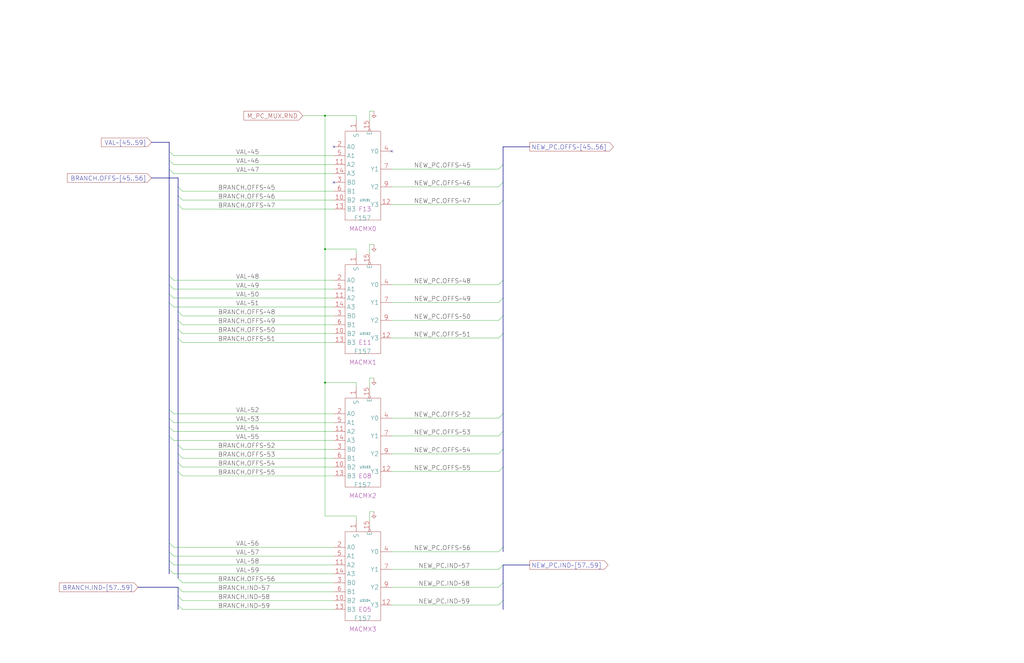
<source format=kicad_sch>
(kicad_sch (version 20250114) (generator "eeschema") (generator_version "9.0")
  (paper "User" 584.2 378.46)
  (title_block (title "MACRO MUX") (date "22-MAY-90") (rev "1.0") (comment 1 "SEQUENCER") (comment 2 "232-003064") (comment 3 "S400") (comment 4 "RELEASED"))
  (lib_symbols
    (symbol "r1000:F157" (pin_names (offset 1.016))
      (property "Reference" "U" (at 2.54 5.08 0))
      (property "Value" "F157" (at -3.81 -5.08 0))
      (property "Location" "___" (at -1.27 0 0))
      (property "Name" "______" (at 1.27 -12.7 0))
      (symbol "F157_1_1"
        (rectangle (start -8.89 44.45) (end 11.43 -6.35))
        (circle (center 5.08 45.085) (radius 0.635))
        (pin input line (at -15.24 35.56 0) (length 6.35) (name "A0") (number "2"))
        (pin input line (at -15.24 30.48 0) (length 6.35) (name "A1") (number "5"))
        (pin input line (at -15.24 25.4 0) (length 6.35) (name "A2") (number "11"))
        (pin input line (at -15.24 20.32 0) (length 6.35) (name "A3") (number "14"))
        (pin input line (at -15.24 15.24 0) (length 6.35) (name "B0") (number "3"))
        (pin input line (at -15.24 10.16 0) (length 6.35) (name "B1") (number "6"))
        (pin input line (at -15.24 5.08 0) (length 6.35) (name "B2") (number "10"))
        (pin input line (at -15.24 0 0) (length 6.35) (name "B3") (number "13"))
        (pin input line (at -2.54 50.8 270) (length 6.35) (name "S") (number "1"))
        (pin input line (at 5.08 50.8 270) (length 5.08) (name "E") (number "15"))
        (pin output line (at 17.78 33.02 180) (length 6.35) (name "Y0") (number "4"))
        (pin output line (at 17.78 22.86 180) (length 6.35) (name "Y1") (number "7"))
        (pin output line (at 17.78 12.7 180) (length 6.35) (name "Y2") (number "9"))
        (pin output line (at 17.78 2.54 180) (length 6.35) (name "Y3") (number "12"))
      )
    )
    (symbol "r1000:PD" (power) (pin_numbers (hide yes)) (pin_names (hide yes)) (in_bom no)
      (symbol "PD_0_1"
        (polyline (pts (xy 0 -2.54) (xy 1.27 -2.54) (xy 0 -3.81) (xy -1.27 -2.54) (xy 0 -2.54)) (stroke (width 0.1524)))
      )
      (symbol "PD_1_1"
        (pin power_in line (at 0 0 270) (length 2.54) (name "PD") (number "1"))
      )
    )
  )
  (junction (at 185.42 66.04))
  (junction (at 185.42 218.44))
  (junction (at 185.42 142.24))
  (no_connect (at 190.5 83.82))
  (no_connect (at 223.52 86.36))
  (no_connect (at 190.5 104.14))
  (bus_entry (at 96.52 248.92) (size 2.54 2.54))
  (bus_entry (at 96.52 238.76) (size 2.54 2.54))
  (bus_entry (at 287.02 180.34) (size -2.54 2.54))
  (bus_entry (at 96.52 167.64) (size 2.54 2.54))
  (bus_entry (at 287.02 332.74) (size -2.54 2.54))
  (bus_entry (at 287.02 114.3) (size -2.54 2.54))
  (bus_entry (at 101.6 193.04) (size 2.54 2.54))
  (bus_entry (at 101.6 264.16) (size 2.54 2.54))
  (bus_entry (at 101.6 182.88) (size 2.54 2.54))
  (bus_entry (at 101.6 111.76) (size 2.54 2.54))
  (bus_entry (at 287.02 256.54) (size -2.54 2.54))
  (bus_entry (at 96.52 309.88) (size 2.54 2.54))
  (bus_entry (at 101.6 259.08) (size 2.54 2.54))
  (bus_entry (at 287.02 266.7) (size -2.54 2.54))
  (bus_entry (at 96.52 172.72) (size 2.54 2.54))
  (bus_entry (at 101.6 106.68) (size 2.54 2.54))
  (bus_entry (at 101.6 177.8) (size 2.54 2.54))
  (bus_entry (at 287.02 312.42) (size -2.54 2.54))
  (bus_entry (at 101.6 330.2) (size 2.54 2.54))
  (bus_entry (at 101.6 340.36) (size 2.54 2.54))
  (bus_entry (at 96.52 320.04) (size 2.54 2.54))
  (bus_entry (at 96.52 243.84) (size 2.54 2.54))
  (bus_entry (at 287.02 160.02) (size -2.54 2.54))
  (bus_entry (at 287.02 104.14) (size -2.54 2.54))
  (bus_entry (at 96.52 162.56) (size 2.54 2.54))
  (bus_entry (at 287.02 190.5) (size -2.54 2.54))
  (bus_entry (at 96.52 314.96) (size 2.54 2.54))
  (bus_entry (at 96.52 96.52) (size 2.54 2.54))
  (bus_entry (at 287.02 246.38) (size -2.54 2.54))
  (bus_entry (at 287.02 93.98) (size -2.54 2.54))
  (bus_entry (at 96.52 233.68) (size 2.54 2.54))
  (bus_entry (at 287.02 170.18) (size -2.54 2.54))
  (bus_entry (at 287.02 342.9) (size -2.54 2.54))
  (bus_entry (at 101.6 269.24) (size 2.54 2.54))
  (bus_entry (at 101.6 335.28) (size 2.54 2.54))
  (bus_entry (at 96.52 91.44) (size 2.54 2.54))
  (bus_entry (at 287.02 236.22) (size -2.54 2.54))
  (bus_entry (at 96.52 157.48) (size 2.54 2.54))
  (bus_entry (at 287.02 322.58) (size -2.54 2.54))
  (bus_entry (at 96.52 325.12) (size 2.54 2.54))
  (bus_entry (at 101.6 116.84) (size 2.54 2.54))
  (bus_entry (at 101.6 187.96) (size 2.54 2.54))
  (bus_entry (at 101.6 345.44) (size 2.54 2.54))
  (bus_entry (at 101.6 254) (size 2.54 2.54))
  (bus_entry (at 96.52 86.36) (size 2.54 2.54))
  (bus (pts (xy 96.52 248.92) (xy 96.52 309.88)))
  (wire (pts (xy 104.14 109.22) (xy 190.5 109.22)))
  (wire (pts (xy 223.52 96.52) (xy 284.48 96.52)))
  (bus (pts (xy 287.02 180.34) (xy 287.02 190.5)))
  (wire (pts (xy 99.06 322.58) (xy 190.5 322.58)))
  (wire (pts (xy 99.06 88.9) (xy 190.5 88.9)))
  (bus (pts (xy 96.52 96.52) (xy 96.52 157.48)))
  (wire (pts (xy 99.06 99.06) (xy 190.5 99.06)))
  (wire (pts (xy 223.52 162.56) (xy 284.48 162.56)))
  (wire (pts (xy 185.42 66.04) (xy 185.42 142.24)))
  (bus (pts (xy 287.02 236.22) (xy 287.02 246.38)))
  (bus (pts (xy 287.02 256.54) (xy 287.02 266.7)))
  (wire (pts (xy 185.42 142.24) (xy 203.2 142.24)))
  (wire (pts (xy 185.42 218.44) (xy 203.2 218.44)))
  (wire (pts (xy 104.14 185.42) (xy 190.5 185.42)))
  (wire (pts (xy 223.52 182.88) (xy 284.48 182.88)))
  (wire (pts (xy 210.82 63.5) (xy 213.36 63.5)))
  (wire (pts (xy 210.82 297.18) (xy 210.82 292.1)))
  (wire (pts (xy 185.42 218.44) (xy 185.42 294.64)))
  (bus (pts (xy 86.36 81.28) (xy 96.52 81.28)))
  (wire (pts (xy 104.14 190.5) (xy 190.5 190.5)))
  (wire (pts (xy 104.14 256.54) (xy 190.5 256.54)))
  (wire (pts (xy 99.06 251.46) (xy 190.5 251.46)))
  (bus (pts (xy 96.52 162.56) (xy 96.52 167.64)))
  (bus (pts (xy 96.52 167.64) (xy 96.52 172.72)))
  (wire (pts (xy 185.42 294.64) (xy 203.2 294.64)))
  (wire (pts (xy 104.14 332.74) (xy 190.5 332.74)))
  (bus (pts (xy 287.02 342.9) (xy 287.02 347.98)))
  (wire (pts (xy 210.82 220.98) (xy 210.82 215.9)))
  (bus (pts (xy 101.6 187.96) (xy 101.6 193.04)))
  (bus (pts (xy 96.52 238.76) (xy 96.52 243.84)))
  (bus (pts (xy 287.02 322.58) (xy 287.02 332.74)))
  (bus (pts (xy 101.6 116.84) (xy 101.6 177.8)))
  (bus (pts (xy 96.52 172.72) (xy 96.52 233.68)))
  (wire (pts (xy 223.52 259.08) (xy 284.48 259.08)))
  (wire (pts (xy 223.52 238.76) (xy 284.48 238.76)))
  (wire (pts (xy 210.82 144.78) (xy 210.82 139.7)))
  (bus (pts (xy 287.02 114.3) (xy 287.02 160.02)))
  (bus (pts (xy 101.6 193.04) (xy 101.6 254)))
  (bus (pts (xy 96.52 320.04) (xy 96.52 325.12)))
  (bus (pts (xy 287.02 83.82) (xy 287.02 93.98)))
  (wire (pts (xy 185.42 142.24) (xy 185.42 218.44)))
  (bus (pts (xy 101.6 345.44) (xy 101.6 347.98)))
  (wire (pts (xy 104.14 180.34) (xy 190.5 180.34)))
  (wire (pts (xy 223.52 116.84) (xy 284.48 116.84)))
  (wire (pts (xy 104.14 271.78) (xy 190.5 271.78)))
  (wire (pts (xy 104.14 119.38) (xy 190.5 119.38)))
  (bus (pts (xy 101.6 106.68) (xy 101.6 111.76)))
  (wire (pts (xy 210.82 215.9) (xy 213.36 215.9)))
  (bus (pts (xy 96.52 91.44) (xy 96.52 96.52)))
  (wire (pts (xy 104.14 266.7) (xy 190.5 266.7)))
  (wire (pts (xy 223.52 106.68) (xy 284.48 106.68)))
  (bus (pts (xy 96.52 325.12) (xy 96.52 327.66)))
  (wire (pts (xy 104.14 337.82) (xy 190.5 337.82)))
  (bus (pts (xy 78.74 335.28) (xy 101.6 335.28)))
  (wire (pts (xy 223.52 325.12) (xy 284.48 325.12)))
  (wire (pts (xy 223.52 193.04) (xy 284.48 193.04)))
  (bus (pts (xy 287.02 190.5) (xy 287.02 236.22)))
  (wire (pts (xy 99.06 241.3) (xy 190.5 241.3)))
  (bus (pts (xy 101.6 264.16) (xy 101.6 269.24)))
  (bus (pts (xy 96.52 81.28) (xy 96.52 86.36)))
  (bus (pts (xy 96.52 157.48) (xy 96.52 162.56)))
  (wire (pts (xy 223.52 335.28) (xy 284.48 335.28)))
  (bus (pts (xy 101.6 254) (xy 101.6 259.08)))
  (wire (pts (xy 223.52 345.44) (xy 284.48 345.44)))
  (wire (pts (xy 99.06 236.22) (xy 190.5 236.22)))
  (bus (pts (xy 287.02 332.74) (xy 287.02 342.9)))
  (wire (pts (xy 203.2 68.58) (xy 203.2 66.04)))
  (wire (pts (xy 99.06 93.98) (xy 190.5 93.98)))
  (wire (pts (xy 223.52 314.96) (xy 284.48 314.96)))
  (wire (pts (xy 104.14 347.98) (xy 190.5 347.98)))
  (wire (pts (xy 104.14 342.9) (xy 190.5 342.9)))
  (wire (pts (xy 104.14 114.3) (xy 190.5 114.3)))
  (bus (pts (xy 96.52 233.68) (xy 96.52 238.76)))
  (bus (pts (xy 287.02 93.98) (xy 287.02 104.14)))
  (wire (pts (xy 104.14 195.58) (xy 190.5 195.58)))
  (bus (pts (xy 287.02 104.14) (xy 287.02 114.3)))
  (bus (pts (xy 287.02 246.38) (xy 287.02 256.54)))
  (wire (pts (xy 203.2 144.78) (xy 203.2 142.24)))
  (wire (pts (xy 172.72 66.04) (xy 185.42 66.04)))
  (wire (pts (xy 99.06 165.1) (xy 190.5 165.1)))
  (wire (pts (xy 203.2 297.18) (xy 203.2 294.64)))
  (bus (pts (xy 287.02 160.02) (xy 287.02 170.18)))
  (bus (pts (xy 96.52 314.96) (xy 96.52 320.04)))
  (wire (pts (xy 223.52 269.24) (xy 284.48 269.24)))
  (wire (pts (xy 210.82 139.7) (xy 213.36 139.7)))
  (wire (pts (xy 99.06 170.18) (xy 190.5 170.18)))
  (bus (pts (xy 101.6 111.76) (xy 101.6 116.84)))
  (bus (pts (xy 101.6 177.8) (xy 101.6 182.88)))
  (bus (pts (xy 96.52 86.36) (xy 96.52 91.44)))
  (bus (pts (xy 101.6 101.6) (xy 101.6 106.68)))
  (wire (pts (xy 223.52 172.72) (xy 284.48 172.72)))
  (wire (pts (xy 185.42 66.04) (xy 203.2 66.04)))
  (bus (pts (xy 101.6 269.24) (xy 101.6 330.2)))
  (bus (pts (xy 287.02 322.58) (xy 302.26 322.58)))
  (wire (pts (xy 99.06 160.02) (xy 190.5 160.02)))
  (wire (pts (xy 210.82 292.1) (xy 213.36 292.1)))
  (wire (pts (xy 223.52 248.92) (xy 284.48 248.92)))
  (wire (pts (xy 203.2 220.98) (xy 203.2 218.44)))
  (bus (pts (xy 287.02 83.82) (xy 302.26 83.82)))
  (bus (pts (xy 101.6 259.08) (xy 101.6 264.16)))
  (bus (pts (xy 101.6 182.88) (xy 101.6 187.96)))
  (wire (pts (xy 99.06 175.26) (xy 190.5 175.26)))
  (wire (pts (xy 104.14 261.62) (xy 190.5 261.62)))
  (bus (pts (xy 96.52 243.84) (xy 96.52 248.92)))
  (bus (pts (xy 287.02 266.7) (xy 287.02 312.42)))
  (bus (pts (xy 96.52 309.88) (xy 96.52 314.96)))
  (bus (pts (xy 287.02 170.18) (xy 287.02 180.34)))
  (wire (pts (xy 99.06 317.5) (xy 190.5 317.5)))
  (bus (pts (xy 287.02 312.42) (xy 287.02 314.96)))
  (bus (pts (xy 86.36 101.6) (xy 101.6 101.6)))
  (bus (pts (xy 101.6 340.36) (xy 101.6 345.44)))
  (wire (pts (xy 99.06 327.66) (xy 190.5 327.66)))
  (wire (pts (xy 210.82 68.58) (xy 210.82 63.5)))
  (wire (pts (xy 99.06 246.38) (xy 190.5 246.38)))
  (wire (pts (xy 99.06 312.42) (xy 190.5 312.42)))
  (bus (pts (xy 101.6 335.28) (xy 101.6 340.36)))
  (label "VAL~53" (at 134.62 241.3 0) (effects (font (size 2.54 2.54))))
  (label "VAL~51" (at 134.62 175.26 0) (effects (font (size 2.54 2.54))))
  (label "VAL~48" (at 134.62 160.02 0) (effects (font (size 2.54 2.54))))
  (label "BRANCH.OFFS~46" (at 124.46 114.3 0) (effects (font (size 2.54 2.54))))
  (label "VAL~57" (at 134.62 317.5 0) (effects (font (size 2.54 2.54))))
  (label "NEW_PC.OFFS~47" (at 236.22 116.84 0) (effects (font (size 2.54 2.54))))
  (label "BRANCH.OFFS~47" (at 124.46 119.38 0) (effects (font (size 2.54 2.54))))
  (label "VAL~46" (at 134.62 93.98 0) (effects (font (size 2.54 2.54))))
  (label "BRANCH.IND~59" (at 124.46 347.98 0) (effects (font (size 2.54 2.54))))
  (label "VAL~45" (at 134.62 88.9 0) (effects (font (size 2.54 2.54))))
  (label "NEW_PC.OFFS~49" (at 236.22 172.72 0) (effects (font (size 2.54 2.54))))
  (label "NEW_PC.IND~59" (at 238.76 345.44 0) (effects (font (size 2.54 2.54))))
  (label "VAL~54" (at 134.62 246.38 0) (effects (font (size 2.54 2.54))))
  (label "BRANCH.OFFS~53" (at 124.46 261.62 0) (effects (font (size 2.54 2.54))))
  (label "NEW_PC.OFFS~55" (at 236.22 269.24 0) (effects (font (size 2.54 2.54))))
  (label "BRANCH.OFFS~52" (at 124.46 256.54 0) (effects (font (size 2.54 2.54))))
  (label "NEW_PC.OFFS~48" (at 236.22 162.56 0) (effects (font (size 2.54 2.54))))
  (label "BRANCH.IND~57" (at 124.46 337.82 0) (effects (font (size 2.54 2.54))))
  (label "BRANCH.IND~58" (at 124.46 342.9 0) (effects (font (size 2.54 2.54))))
  (label "VAL~52" (at 134.62 236.22 0) (effects (font (size 2.54 2.54))))
  (label "NEW_PC.OFFS~45" (at 236.22 96.52 0) (effects (font (size 2.54 2.54))))
  (label "NEW_PC.OFFS~56" (at 236.22 314.96 0) (effects (font (size 2.54 2.54))))
  (label "VAL~55" (at 134.62 251.46 0) (effects (font (size 2.54 2.54))))
  (label "NEW_PC.OFFS~51" (at 236.22 193.04 0) (effects (font (size 2.54 2.54))))
  (label "NEW_PC.OFFS~50" (at 236.22 182.88 0) (effects (font (size 2.54 2.54))))
  (label "VAL~47" (at 134.62 99.06 0) (effects (font (size 2.54 2.54))))
  (label "VAL~49" (at 134.62 165.1 0) (effects (font (size 2.54 2.54))))
  (label "BRANCH.OFFS~48" (at 124.46 180.34 0) (effects (font (size 2.54 2.54))))
  (label "NEW_PC.IND~57" (at 238.76 325.12 0) (effects (font (size 2.54 2.54))))
  (label "NEW_PC.OFFS~46" (at 236.22 106.68 0) (effects (font (size 2.54 2.54))))
  (label "VAL~58" (at 134.62 322.58 0) (effects (font (size 2.54 2.54))))
  (label "NEW_PC.IND~58" (at 238.76 335.28 0) (effects (font (size 2.54 2.54))))
  (label "VAL~59" (at 134.62 327.66 0) (effects (font (size 2.54 2.54))))
  (label "BRANCH.OFFS~55" (at 124.46 271.78 0) (effects (font (size 2.54 2.54))))
  (label "NEW_PC.OFFS~53" (at 236.22 248.92 0) (effects (font (size 2.54 2.54))))
  (label "BRANCH.OFFS~51" (at 124.46 195.58 0) (effects (font (size 2.54 2.54))))
  (label "BRANCH.OFFS~54" (at 124.46 266.7 0) (effects (font (size 2.54 2.54))))
  (label "NEW_PC.OFFS~54" (at 236.22 259.08 0) (effects (font (size 2.54 2.54))))
  (label "BRANCH.OFFS~56" (at 124.46 332.74 0) (effects (font (size 2.54 2.54))))
  (label "NEW_PC.OFFS~52" (at 236.22 238.76 0) (effects (font (size 2.54 2.54))))
  (label "VAL~50" (at 134.62 170.18 0) (effects (font (size 2.54 2.54))))
  (label "BRANCH.OFFS~50" (at 124.46 190.5 0) (effects (font (size 2.54 2.54))))
  (label "BRANCH.OFFS~45" (at 124.46 109.22 0) (effects (font (size 2.54 2.54))))
  (label "BRANCH.OFFS~49" (at 124.46 185.42 0) (effects (font (size 2.54 2.54))))
  (label "VAL~56" (at 134.62 312.42 0) (effects (font (size 2.54 2.54))))
  (global_label "M_PC_MUX.RND" (shape input) (at 172.72 66.04 180) (effects (font (size 2.54 2.54))) (property "Intersheetrefs" "${INTERSHEET_REFS}" (at 139.1073 65.8813 0) (effects (font (size 1.905 1.905)) (justify right))))
  (global_label "NEW_PC.OFFS~[45..56]" (shape output) (at 302.26 83.82 0) (effects (font (size 2.54 2.54))) (property "Intersheetrefs" "${INTERSHEET_REFS}" (at 349.9031 83.6613 0) (effects (font (size 1.905 1.905)) (justify left))))
  (global_label "BRANCH.OFFS~[45..56]" (shape input) (at 86.36 101.6 180) (effects (font (size 2.54 2.54))) (property "Intersheetrefs" "${INTERSHEET_REFS}" (at 38.475 101.4413 0) (effects (font (size 1.905 1.905)) (justify right))))
  (global_label "NEW_PC.IND~[57..59]" (shape output) (at 302.26 322.58 0) (effects (font (size 2.54 2.54))) (property "Intersheetrefs" "${INTERSHEET_REFS}" (at 346.8793 322.4213 0) (effects (font (size 1.905 1.905)) (justify left))))
  (global_label "BRANCH.IND~[57..59]" (shape input) (at 78.74 335.28 180) (effects (font (size 2.54 2.54))) (property "Intersheetrefs" "${INTERSHEET_REFS}" (at 33.8788 335.1213 0) (effects (font (size 1.905 1.905)) (justify right))))
  (global_label "VAL~[45..59]" (shape input) (at 86.36 81.28 180) (effects (font (size 2.54 2.54))) (property "Intersheetrefs" "${INTERSHEET_REFS}" (at 57.8273 81.1213 0) (effects (font (size 1.905 1.905)) (justify right))))
  (symbol (lib_id "r1000:F157") (at 205.74 195.58 0) (unit 1)
    (property "Reference" "U3102" (at 208.28 190.5 0))
    (property "Value" "F157" (at 201.93 200.66 0) (effects (font (size 2.54 2.54)) (justify left)))
    (property "Location" "E11" (at 204.47 195.58 0) (effects (font (size 2.54 2.54)) (justify left)))
    (property "Name" "MACMX1" (at 207.01 208.28 0) (effects (font (size 2.54 2.54)) (justify bottom)))
  )
  (symbol (lib_id "r1000:F157") (at 205.74 119.38 0) (unit 1)
    (property "Reference" "U3101" (at 208.28 114.3 0))
    (property "Value" "F157" (at 201.93 124.46 0) (effects (font (size 2.54 2.54)) (justify left)))
    (property "Location" "F13" (at 204.47 119.38 0) (effects (font (size 2.54 2.54)) (justify left)))
    (property "Name" "MACMX0" (at 207.01 132.08 0) (effects (font (size 2.54 2.54)) (justify bottom)))
  )
  (symbol (lib_id "r1000:PD") (at 213.36 215.9 0) (unit 1) (in_bom no)
    (property "Reference" "#PWR03103" (effects (hide yes)))
    (property "Value" "PD" (effects (hide yes)))
  )
  (symbol (lib_id "r1000:F157") (at 205.74 271.78 0) (unit 1)
    (property "Reference" "U3103" (at 208.28 266.7 0))
    (property "Value" "F157" (at 201.93 276.86 0) (effects (font (size 2.54 2.54)) (justify left)))
    (property "Location" "E08" (at 204.47 271.78 0) (effects (font (size 2.54 2.54)) (justify left)))
    (property "Name" "MACMX2" (at 207.01 284.48 0) (effects (font (size 2.54 2.54)) (justify bottom)))
  )
  (symbol (lib_id "r1000:F157") (at 205.74 347.98 0) (unit 1)
    (property "Reference" "U3104" (at 208.28 342.9 0))
    (property "Value" "F157" (at 201.93 353.06 0) (effects (font (size 2.54 2.54)) (justify left)))
    (property "Location" "E05" (at 204.47 347.98 0) (effects (font (size 2.54 2.54)) (justify left)))
    (property "Name" "MACMX3" (at 207.01 360.68 0) (effects (font (size 2.54 2.54)) (justify bottom)))
  )
  (symbol (lib_id "r1000:PD") (at 213.36 292.1 0) (unit 1) (in_bom no)
    (property "Reference" "#PWR03104" (effects (hide yes)))
    (property "Value" "PD" (effects (hide yes)))
  )
  (symbol (lib_id "r1000:PD") (at 213.36 63.5 0) (unit 1) (in_bom no)
    (property "Reference" "#PWR03101" (effects (hide yes)))
    (property "Value" "PD" (effects (hide yes)))
  )
  (symbol (lib_id "r1000:PD") (at 213.36 139.7 0) (unit 1) (in_bom no)
    (property "Reference" "#PWR03102" (effects (hide yes)))
    (property "Value" "PD" (effects (hide yes)))
  )
)
</source>
